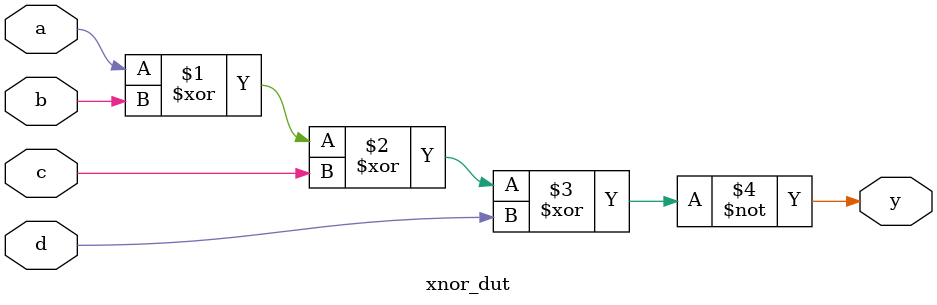
<source format=v>
module xnor_dut (
    input a,b,c,d ,output y
);

xnor(y,a,b,c,d);
// assign y=~(a^b);
    
endmodule
 


</source>
